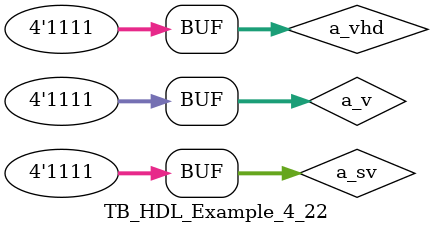
<source format=sv>
module TB_HDL_Example_4_22();
logic [3:0] a_sv, y_sv, a_v, y_v, a_vhd, y_vhd;
// instantiate device under test
inv_top dut(a_sv, y_sv, a_v, y_v, a_vhd, y_vhd);
// apply inputs one at a time
initial begin

//a_sv = 4'b0000; a_v = 4'b0000; a_vhd = 4'b0000; #10; //bin
a_sv = 4'd0; a_v = 4'd0; a_vhd = 4'd0; #10; // dec
//a_sv = 4h0; a_v = 4h0; a_vhd = 4h0; #10; // hex

a_sv = 4'd0; a_v = 3'd0; a_vhd = 3'd0; #10; //dec
a_sv = 4'd1; a_v = 3'd1; a_vhd = 3'd1; #10; //dec
a_sv = 4'd2; a_v = 3'd2; a_vhd = 3'd2; #10; //dec
a_sv = 4'd3; a_v = 3'd3; a_vhd = 3'd3; #10; //dec
a_sv = 4'd4; a_v = 3'd4; a_vhd = 3'd4; #10; //dec
a_sv = 4'd5; a_v = 3'd5; a_vhd = 3'd5; #10; //dec
a_sv = 4'd6; a_v = 3'd6; a_vhd = 3'd6; #10; //dec
a_sv = 4'd7; a_v = 3'd7; a_vhd = 3'd7; #10; //dec

a_sv = 4'd8; a_v = 4'd8; a_vhd = 4'd8; #10; //dec
a_sv = 4'd9; a_v = 4'd9; a_vhd = 4'd9; #10; //dec
a_sv = 4'd10; a_v = 4'd10; a_vhd = 4'd10; #10; //dec
a_sv = 4'd11; a_v = 4'd11; a_vhd = 4'd11; #10; //dec
a_sv = 4'd12; a_v = 4'd12; a_vhd = 4'd12; #10; //dec
a_sv = 4'd13; a_v = 4'd13; a_vhd = 4'd13; #10; //dec
a_sv = 4'd14; a_v = 4'd14; a_vhd = 4'd14; #10; //dec
a_sv = 4'd15; a_v = 4'd15; a_vhd = 4'd15; #10; //dec


end
endmodule
</source>
